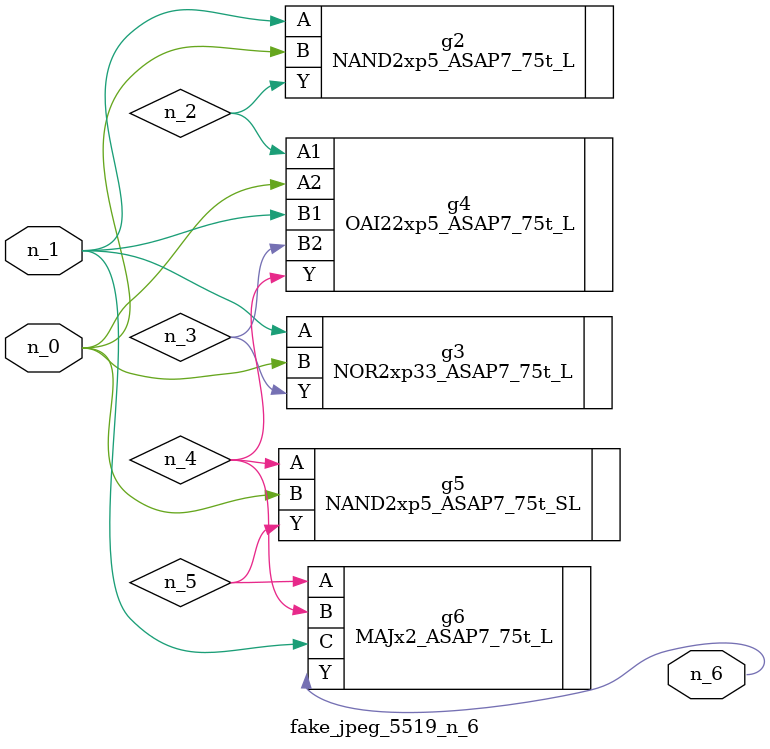
<source format=v>
module fake_jpeg_5519_n_6 (n_0, n_1, n_6);

input n_0;
input n_1;

output n_6;

wire n_3;
wire n_2;
wire n_4;
wire n_5;

NAND2xp5_ASAP7_75t_L g2 ( 
.A(n_1),
.B(n_0),
.Y(n_2)
);

NOR2xp33_ASAP7_75t_L g3 ( 
.A(n_1),
.B(n_0),
.Y(n_3)
);

OAI22xp5_ASAP7_75t_L g4 ( 
.A1(n_2),
.A2(n_0),
.B1(n_1),
.B2(n_3),
.Y(n_4)
);

NAND2xp5_ASAP7_75t_SL g5 ( 
.A(n_4),
.B(n_0),
.Y(n_5)
);

MAJx2_ASAP7_75t_L g6 ( 
.A(n_5),
.B(n_4),
.C(n_1),
.Y(n_6)
);


endmodule
</source>
